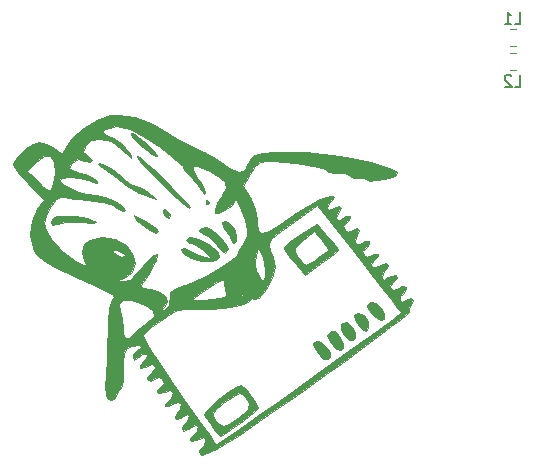
<source format=gbr>
G04 #@! TF.GenerationSoftware,KiCad,Pcbnew,(5.0.0)*
G04 #@! TF.CreationDate,2019-11-03T00:35:12+02:00*
G04 #@! TF.ProjectId,WatchBorad,5761746368426F7261642E6B69636164,rev?*
G04 #@! TF.SameCoordinates,Original*
G04 #@! TF.FileFunction,Legend,Bot*
G04 #@! TF.FilePolarity,Positive*
%FSLAX46Y46*%
G04 Gerber Fmt 4.6, Leading zero omitted, Abs format (unit mm)*
G04 Created by KiCad (PCBNEW (5.0.0)) date 11/03/19 00:35:12*
%MOMM*%
%LPD*%
G01*
G04 APERTURE LIST*
%ADD10C,0.120000*%
%ADD11C,0.010000*%
%ADD12C,0.150000*%
G04 APERTURE END LIST*
D10*
G04 #@! TO.C,L2*
X85200748Y-108352000D02*
X85723252Y-108352000D01*
X85200748Y-109772000D02*
X85723252Y-109772000D01*
G04 #@! TO.C,L1*
X85723252Y-110384000D02*
X85200748Y-110384000D01*
X85723252Y-111804000D02*
X85200748Y-111804000D01*
D11*
G04 #@! TO.C,G\002A\002A\002A*
G36*
X53131116Y-117281307D02*
X53428533Y-117660811D01*
X53936160Y-118161088D01*
X54551574Y-118673948D01*
X54735920Y-118809825D01*
X55218288Y-119113268D01*
X55325799Y-119062472D01*
X55270657Y-118947849D01*
X54924217Y-118523307D01*
X54370858Y-117994441D01*
X53773596Y-117500689D01*
X53295445Y-117181489D01*
X53146333Y-117130763D01*
X53131116Y-117281307D01*
X53131116Y-117281307D01*
G37*
X53131116Y-117281307D02*
X53428533Y-117660811D01*
X53936160Y-118161088D01*
X54551574Y-118673948D01*
X54735920Y-118809825D01*
X55218288Y-119113268D01*
X55325799Y-119062472D01*
X55270657Y-118947849D01*
X54924217Y-118523307D01*
X54370858Y-117994441D01*
X53773596Y-117500689D01*
X53295445Y-117181489D01*
X53146333Y-117130763D01*
X53131116Y-117281307D01*
G36*
X50352158Y-119797581D02*
X50562011Y-120054364D01*
X50675095Y-120071816D01*
X51042730Y-120245495D01*
X51614826Y-120687237D01*
X51945095Y-120989790D01*
X52804900Y-121654264D01*
X53801288Y-122198047D01*
X54095316Y-122312187D01*
X55298474Y-122716610D01*
X54667274Y-122196318D01*
X54067212Y-121819607D01*
X53577565Y-121676026D01*
X53095025Y-121491750D01*
X52528522Y-121042089D01*
X52470869Y-120982201D01*
X51885958Y-120449045D01*
X51257692Y-120010939D01*
X50716388Y-119740747D01*
X50392365Y-119711334D01*
X50352158Y-119797581D01*
X50352158Y-119797581D01*
G37*
X50352158Y-119797581D02*
X50562011Y-120054364D01*
X50675095Y-120071816D01*
X51042730Y-120245495D01*
X51614826Y-120687237D01*
X51945095Y-120989790D01*
X52804900Y-121654264D01*
X53801288Y-122198047D01*
X54095316Y-122312187D01*
X55298474Y-122716610D01*
X54667274Y-122196318D01*
X54067212Y-121819607D01*
X53577565Y-121676026D01*
X53095025Y-121491750D01*
X52528522Y-121042089D01*
X52470869Y-120982201D01*
X51885958Y-120449045D01*
X51257692Y-120010939D01*
X50716388Y-119740747D01*
X50392365Y-119711334D01*
X50352158Y-119797581D01*
G36*
X59531807Y-122834623D02*
X59499808Y-123151927D01*
X59531807Y-123191114D01*
X59690757Y-123154412D01*
X59710052Y-123012868D01*
X59612227Y-122792794D01*
X59531807Y-122834623D01*
X59531807Y-122834623D01*
G37*
X59531807Y-122834623D02*
X59499808Y-123151927D01*
X59531807Y-123191114D01*
X59690757Y-123154412D01*
X59710052Y-123012868D01*
X59612227Y-122792794D01*
X59531807Y-122834623D01*
G36*
X53648525Y-119092641D02*
X53759029Y-119333019D01*
X54183531Y-119852878D01*
X54846915Y-120564914D01*
X55345012Y-121064379D01*
X56471193Y-122156249D01*
X57267805Y-122900326D01*
X57777216Y-123333009D01*
X58041797Y-123490698D01*
X58105842Y-123436175D01*
X57929663Y-123162332D01*
X57462178Y-122632977D01*
X56794965Y-121937351D01*
X56019603Y-121164695D01*
X55227670Y-120404248D01*
X54510743Y-119745253D01*
X53960403Y-119276949D01*
X53668226Y-119088577D01*
X53648525Y-119092641D01*
X53648525Y-119092641D01*
G37*
X53648525Y-119092641D02*
X53759029Y-119333019D01*
X54183531Y-119852878D01*
X54846915Y-120564914D01*
X55345012Y-121064379D01*
X56471193Y-122156249D01*
X57267805Y-122900326D01*
X57777216Y-123333009D01*
X58041797Y-123490698D01*
X58105842Y-123436175D01*
X57929663Y-123162332D01*
X57462178Y-122632977D01*
X56794965Y-121937351D01*
X56019603Y-121164695D01*
X55227670Y-120404248D01*
X54510743Y-119745253D01*
X53960403Y-119276949D01*
X53668226Y-119088577D01*
X53648525Y-119092641D01*
G36*
X55815535Y-123692349D02*
X55861634Y-123926317D01*
X56109540Y-124262230D01*
X56375085Y-124338905D01*
X56463238Y-124120656D01*
X56440360Y-124032211D01*
X56113140Y-123652992D01*
X56016844Y-123608817D01*
X55815535Y-123692349D01*
X55815535Y-123692349D01*
G37*
X55815535Y-123692349D02*
X55861634Y-123926317D01*
X56109540Y-124262230D01*
X56375085Y-124338905D01*
X56463238Y-124120656D01*
X56440360Y-124032211D01*
X56113140Y-123652992D01*
X56016844Y-123608817D01*
X55815535Y-123692349D01*
G36*
X46907853Y-124213900D02*
X46643254Y-124306001D01*
X46342881Y-124675862D01*
X46463556Y-124924623D01*
X46894248Y-124877929D01*
X46979599Y-124834174D01*
X47554053Y-124692349D01*
X48451910Y-124665501D01*
X48984863Y-124701916D01*
X49809389Y-124762310D01*
X50137391Y-124721927D01*
X50019508Y-124589469D01*
X49390983Y-124370193D01*
X48523685Y-124222820D01*
X47626385Y-124164880D01*
X46907853Y-124213900D01*
X46907853Y-124213900D01*
G37*
X46907853Y-124213900D02*
X46643254Y-124306001D01*
X46342881Y-124675862D01*
X46463556Y-124924623D01*
X46894248Y-124877929D01*
X46979599Y-124834174D01*
X47554053Y-124692349D01*
X48451910Y-124665501D01*
X48984863Y-124701916D01*
X49809389Y-124762310D01*
X50137391Y-124721927D01*
X50019508Y-124589469D01*
X49390983Y-124370193D01*
X48523685Y-124222820D01*
X47626385Y-124164880D01*
X46907853Y-124213900D01*
G36*
X53403685Y-124211218D02*
X53685035Y-124578641D01*
X53784054Y-124688904D01*
X54304959Y-125143838D01*
X54853708Y-125467338D01*
X55278805Y-125588360D01*
X55430467Y-125460995D01*
X55224164Y-125235486D01*
X54722477Y-124866622D01*
X54097906Y-124469947D01*
X53522954Y-124161001D01*
X53426895Y-124118999D01*
X53403685Y-124211218D01*
X53403685Y-124211218D01*
G37*
X53403685Y-124211218D02*
X53685035Y-124578641D01*
X53784054Y-124688904D01*
X54304959Y-125143838D01*
X54853708Y-125467338D01*
X55278805Y-125588360D01*
X55430467Y-125460995D01*
X55224164Y-125235486D01*
X54722477Y-124866622D01*
X54097906Y-124469947D01*
X53522954Y-124161001D01*
X53426895Y-124118999D01*
X53403685Y-124211218D01*
G36*
X60883112Y-124691739D02*
X60893973Y-125005087D01*
X61137657Y-125371756D01*
X61482709Y-125869695D01*
X61581631Y-126175500D01*
X61771530Y-126470589D01*
X61866759Y-126488658D01*
X62048167Y-126262438D01*
X62067285Y-125780362D01*
X61857500Y-125193739D01*
X61473853Y-124756988D01*
X61064069Y-124605914D01*
X60883112Y-124691739D01*
X60883112Y-124691739D01*
G37*
X60883112Y-124691739D02*
X60893973Y-125005087D01*
X61137657Y-125371756D01*
X61482709Y-125869695D01*
X61581631Y-126175500D01*
X61771530Y-126470589D01*
X61866759Y-126488658D01*
X62048167Y-126262438D01*
X62067285Y-125780362D01*
X61857500Y-125193739D01*
X61473853Y-124756988D01*
X61064069Y-124605914D01*
X60883112Y-124691739D01*
G36*
X59003308Y-125265850D02*
X58907947Y-125419184D01*
X59123179Y-125659397D01*
X59290794Y-125686553D01*
X59687242Y-125887970D01*
X60166422Y-126383256D01*
X60244789Y-126488658D01*
X60755987Y-127082791D01*
X61131956Y-127280932D01*
X61308522Y-127055170D01*
X61314263Y-126953821D01*
X61109205Y-126455726D01*
X60613940Y-125874902D01*
X60008327Y-125383526D01*
X59472228Y-125153780D01*
X59431864Y-125151816D01*
X59003308Y-125265850D01*
X59003308Y-125265850D01*
G37*
X59003308Y-125265850D02*
X58907947Y-125419184D01*
X59123179Y-125659397D01*
X59290794Y-125686553D01*
X59687242Y-125887970D01*
X60166422Y-126383256D01*
X60244789Y-126488658D01*
X60755987Y-127082791D01*
X61131956Y-127280932D01*
X61308522Y-127055170D01*
X61314263Y-126953821D01*
X61109205Y-126455726D01*
X60613940Y-125874902D01*
X60008327Y-125383526D01*
X59472228Y-125153780D01*
X59431864Y-125151816D01*
X59003308Y-125265850D01*
G36*
X57860503Y-126111180D02*
X57838474Y-126221289D01*
X58053953Y-126460953D01*
X58224617Y-126488658D01*
X58663733Y-126657721D01*
X59249552Y-127074281D01*
X59360933Y-127172138D01*
X60111105Y-127855619D01*
X59442684Y-127679035D01*
X58678755Y-127389401D01*
X58149486Y-127107876D01*
X57599458Y-126864740D01*
X57336633Y-126936091D01*
X57452051Y-127266377D01*
X57605536Y-127439781D01*
X58195644Y-127761671D01*
X59057524Y-127959615D01*
X59933893Y-127987406D01*
X60296812Y-127923139D01*
X60616836Y-127661149D01*
X60478630Y-127237738D01*
X59911357Y-126711462D01*
X59585123Y-126494068D01*
X58791213Y-126096374D01*
X58179356Y-125962969D01*
X57860503Y-126111180D01*
X57860503Y-126111180D01*
G37*
X57860503Y-126111180D02*
X57838474Y-126221289D01*
X58053953Y-126460953D01*
X58224617Y-126488658D01*
X58663733Y-126657721D01*
X59249552Y-127074281D01*
X59360933Y-127172138D01*
X60111105Y-127855619D01*
X59442684Y-127679035D01*
X58678755Y-127389401D01*
X58149486Y-127107876D01*
X57599458Y-126864740D01*
X57336633Y-126936091D01*
X57452051Y-127266377D01*
X57605536Y-127439781D01*
X58195644Y-127761671D01*
X59057524Y-127959615D01*
X59933893Y-127987406D01*
X60296812Y-127923139D01*
X60616836Y-127661149D01*
X60478630Y-127237738D01*
X59911357Y-126711462D01*
X59585123Y-126494068D01*
X58791213Y-126096374D01*
X58179356Y-125962969D01*
X57860503Y-126111180D01*
G36*
X67510423Y-125723625D02*
X66786619Y-126237370D01*
X66288531Y-126667921D01*
X66135676Y-126889711D01*
X66296288Y-127233851D01*
X66706395Y-127812418D01*
X66999820Y-128173067D01*
X67864789Y-129189056D01*
X69260598Y-128173067D01*
X69976419Y-127632744D01*
X70479129Y-127216432D01*
X70654244Y-127023395D01*
X69865220Y-127023395D01*
X69663383Y-127243849D01*
X69183219Y-127609732D01*
X68607574Y-127995799D01*
X68119295Y-128276808D01*
X67937795Y-128343619D01*
X67671260Y-128155418D01*
X67296452Y-127677958D01*
X67284704Y-127660128D01*
X67023388Y-127211344D01*
X67028572Y-126892768D01*
X67356631Y-126525562D01*
X67746435Y-126195424D01*
X68666895Y-125430828D01*
X69267145Y-126160269D01*
X69665982Y-126679722D01*
X69861223Y-127002315D01*
X69865220Y-127023395D01*
X70654244Y-127023395D01*
X70493817Y-126761147D01*
X70086060Y-126237383D01*
X69768212Y-125857309D01*
X68884344Y-124824908D01*
X67510423Y-125723625D01*
X67510423Y-125723625D01*
G37*
X67510423Y-125723625D02*
X66786619Y-126237370D01*
X66288531Y-126667921D01*
X66135676Y-126889711D01*
X66296288Y-127233851D01*
X66706395Y-127812418D01*
X66999820Y-128173067D01*
X67864789Y-129189056D01*
X69260598Y-128173067D01*
X69976419Y-127632744D01*
X70479129Y-127216432D01*
X70654244Y-127023395D01*
X69865220Y-127023395D01*
X69663383Y-127243849D01*
X69183219Y-127609732D01*
X68607574Y-127995799D01*
X68119295Y-128276808D01*
X67937795Y-128343619D01*
X67671260Y-128155418D01*
X67296452Y-127677958D01*
X67284704Y-127660128D01*
X67023388Y-127211344D01*
X67028572Y-126892768D01*
X67356631Y-126525562D01*
X67746435Y-126195424D01*
X68666895Y-125430828D01*
X69267145Y-126160269D01*
X69665982Y-126679722D01*
X69861223Y-127002315D01*
X69865220Y-127023395D01*
X70654244Y-127023395D01*
X70493817Y-126761147D01*
X70086060Y-126237383D01*
X69768212Y-125857309D01*
X68884344Y-124824908D01*
X67510423Y-125723625D01*
G36*
X73133646Y-131700274D02*
X73190351Y-132033040D01*
X73668904Y-132564573D01*
X73718688Y-132611633D01*
X74254865Y-132992238D01*
X74543839Y-132913850D01*
X74560568Y-132471165D01*
X74290064Y-131951760D01*
X73878579Y-131553641D01*
X73478994Y-131472174D01*
X73133646Y-131700274D01*
X73133646Y-131700274D01*
G37*
X73133646Y-131700274D02*
X73190351Y-132033040D01*
X73668904Y-132564573D01*
X73718688Y-132611633D01*
X74254865Y-132992238D01*
X74543839Y-132913850D01*
X74560568Y-132471165D01*
X74290064Y-131951760D01*
X73878579Y-131553641D01*
X73478994Y-131472174D01*
X73133646Y-131700274D01*
G36*
X72052355Y-132539924D02*
X72080459Y-132955107D01*
X72443041Y-133477860D01*
X72538162Y-133568876D01*
X72936609Y-133882632D01*
X73136497Y-133823624D01*
X73236495Y-133606910D01*
X73212166Y-133038178D01*
X72846332Y-132547123D01*
X72377315Y-132370763D01*
X72052355Y-132539924D01*
X72052355Y-132539924D01*
G37*
X72052355Y-132539924D02*
X72080459Y-132955107D01*
X72443041Y-133477860D01*
X72538162Y-133568876D01*
X72936609Y-133882632D01*
X73136497Y-133823624D01*
X73236495Y-133606910D01*
X73212166Y-133038178D01*
X72846332Y-132547123D01*
X72377315Y-132370763D01*
X72052355Y-132539924D01*
G36*
X70895755Y-133322405D02*
X70913840Y-133765865D01*
X71117876Y-134139303D01*
X71587498Y-134682144D01*
X71962896Y-134713568D01*
X72135962Y-134520586D01*
X72129239Y-134110233D01*
X71865830Y-133597161D01*
X71494486Y-133227310D01*
X71320826Y-133172868D01*
X70895755Y-133322405D01*
X70895755Y-133322405D01*
G37*
X70895755Y-133322405D02*
X70913840Y-133765865D01*
X71117876Y-134139303D01*
X71587498Y-134682144D01*
X71962896Y-134713568D01*
X72135962Y-134520586D01*
X72129239Y-134110233D01*
X71865830Y-133597161D01*
X71494486Y-133227310D01*
X71320826Y-133172868D01*
X70895755Y-133322405D01*
G36*
X69979826Y-133994818D02*
X69771453Y-134293970D01*
X69903237Y-134707319D01*
X70044389Y-134935283D01*
X70514231Y-135481250D01*
X70889059Y-135517851D01*
X71068543Y-135319368D01*
X71050471Y-134934378D01*
X70783141Y-134378903D01*
X70401843Y-133930849D01*
X70077509Y-133925293D01*
X69979826Y-133994818D01*
X69979826Y-133994818D01*
G37*
X69979826Y-133994818D02*
X69771453Y-134293970D01*
X69903237Y-134707319D01*
X70044389Y-134935283D01*
X70514231Y-135481250D01*
X70889059Y-135517851D01*
X71068543Y-135319368D01*
X71050471Y-134934378D01*
X70783141Y-134378903D01*
X70401843Y-133930849D01*
X70077509Y-133925293D01*
X69979826Y-133994818D01*
G36*
X68572705Y-134897554D02*
X68644031Y-135291731D01*
X68949424Y-135787061D01*
X69440037Y-136301845D01*
X69838384Y-136299146D01*
X70014149Y-136097073D01*
X69984828Y-135711516D01*
X69660731Y-135239115D01*
X69204030Y-134870774D01*
X68892824Y-134777079D01*
X68572705Y-134897554D01*
X68572705Y-134897554D01*
G37*
X68572705Y-134897554D02*
X68644031Y-135291731D01*
X68949424Y-135787061D01*
X69440037Y-136301845D01*
X69838384Y-136299146D01*
X70014149Y-136097073D01*
X69984828Y-135711516D01*
X69660731Y-135239115D01*
X69204030Y-134870774D01*
X68892824Y-134777079D01*
X68572705Y-134897554D01*
G36*
X62016570Y-138673458D02*
X61383334Y-139065381D01*
X60674135Y-139594395D01*
X60014512Y-140158890D01*
X59530007Y-140657255D01*
X59346158Y-140987880D01*
X59355617Y-141023421D01*
X59801492Y-141727472D01*
X60260607Y-142345039D01*
X60619107Y-142729909D01*
X60730890Y-142789507D01*
X61024449Y-142639323D01*
X61618665Y-142253919D01*
X62383737Y-141717559D01*
X63123202Y-141155816D01*
X63651283Y-140703051D01*
X63854256Y-140456810D01*
X63854263Y-140456184D01*
X63716465Y-140045931D01*
X63112721Y-140045931D01*
X63062874Y-140495402D01*
X62598178Y-140974562D01*
X62183210Y-141275359D01*
X61427581Y-141762760D01*
X60954279Y-141941929D01*
X60622976Y-141832214D01*
X60349610Y-141528132D01*
X60089181Y-141145771D01*
X60060197Y-140853872D01*
X60324991Y-140530766D01*
X60945898Y-140054787D01*
X61197114Y-139873915D01*
X61898539Y-139387712D01*
X62309887Y-139189074D01*
X62569203Y-139245165D01*
X62792822Y-139494380D01*
X63112721Y-140045931D01*
X63716465Y-140045931D01*
X63703633Y-140007730D01*
X63342455Y-139414579D01*
X62906793Y-138864087D01*
X62532714Y-138543610D01*
X62448302Y-138520237D01*
X62016570Y-138673458D01*
X62016570Y-138673458D01*
G37*
X62016570Y-138673458D02*
X61383334Y-139065381D01*
X60674135Y-139594395D01*
X60014512Y-140158890D01*
X59530007Y-140657255D01*
X59346158Y-140987880D01*
X59355617Y-141023421D01*
X59801492Y-141727472D01*
X60260607Y-142345039D01*
X60619107Y-142729909D01*
X60730890Y-142789507D01*
X61024449Y-142639323D01*
X61618665Y-142253919D01*
X62383737Y-141717559D01*
X63123202Y-141155816D01*
X63651283Y-140703051D01*
X63854256Y-140456810D01*
X63854263Y-140456184D01*
X63716465Y-140045931D01*
X63112721Y-140045931D01*
X63062874Y-140495402D01*
X62598178Y-140974562D01*
X62183210Y-141275359D01*
X61427581Y-141762760D01*
X60954279Y-141941929D01*
X60622976Y-141832214D01*
X60349610Y-141528132D01*
X60089181Y-141145771D01*
X60060197Y-140853872D01*
X60324991Y-140530766D01*
X60945898Y-140054787D01*
X61197114Y-139873915D01*
X61898539Y-139387712D01*
X62309887Y-139189074D01*
X62569203Y-139245165D01*
X62792822Y-139494380D01*
X63112721Y-140045931D01*
X63716465Y-140045931D01*
X63703633Y-140007730D01*
X63342455Y-139414579D01*
X62906793Y-138864087D01*
X62532714Y-138543610D01*
X62448302Y-138520237D01*
X62016570Y-138673458D01*
G36*
X51374892Y-115626285D02*
X50250837Y-116014017D01*
X49124968Y-116689850D01*
X48195405Y-117517687D01*
X47776381Y-118098266D01*
X47309035Y-118966074D01*
X46583533Y-118449471D01*
X45917046Y-118085518D01*
X45328811Y-117932875D01*
X45326002Y-117932868D01*
X44823967Y-118106790D01*
X44188723Y-118533120D01*
X43590311Y-119068704D01*
X43198772Y-119570391D01*
X43133210Y-119778921D01*
X43307307Y-120105356D01*
X43765154Y-120685728D01*
X44410088Y-121398171D01*
X44453246Y-121443103D01*
X45773282Y-122812617D01*
X45188509Y-123603564D01*
X44719325Y-124624968D01*
X44605072Y-125799692D01*
X44848553Y-126913640D01*
X45138474Y-127426167D01*
X45716721Y-127921030D01*
X46794050Y-128542681D01*
X48352587Y-129281145D01*
X48848267Y-129496986D01*
X50168450Y-130076406D01*
X51046246Y-130499189D01*
X51538825Y-130799459D01*
X51703353Y-131011341D01*
X51621422Y-131152329D01*
X51410373Y-131461503D01*
X51276012Y-132076643D01*
X51203938Y-133086786D01*
X51185573Y-133846906D01*
X51152533Y-135151816D01*
X51095374Y-136458423D01*
X51025114Y-137526818D01*
X51007819Y-137718132D01*
X50970244Y-138603607D01*
X51028024Y-139300115D01*
X51112929Y-139557122D01*
X51478382Y-139773341D01*
X51827862Y-139585998D01*
X51956368Y-139172879D01*
X52090322Y-138827099D01*
X52195453Y-138787605D01*
X52327253Y-138732534D01*
X52411527Y-138499315D01*
X52461842Y-137985942D01*
X52491763Y-137090408D01*
X52503218Y-136473309D01*
X52561231Y-135743561D01*
X52766768Y-135372878D01*
X53206246Y-135190297D01*
X53770635Y-135115048D01*
X54051849Y-135191125D01*
X53948600Y-135365119D01*
X53732531Y-135467812D01*
X53353384Y-135824736D01*
X53293210Y-136062316D01*
X53366985Y-136334411D01*
X53614052Y-136167395D01*
X54114164Y-135881137D01*
X54323912Y-135846553D01*
X54552909Y-135913262D01*
X54399329Y-136188425D01*
X54270439Y-136335500D01*
X53890991Y-136843133D01*
X53897871Y-137065525D01*
X54285243Y-136956558D01*
X54345107Y-136925433D01*
X54895296Y-136679802D01*
X55127283Y-136754355D01*
X55164789Y-137021105D01*
X54948432Y-137430070D01*
X54746790Y-137553954D01*
X54474242Y-137824671D01*
X54503225Y-137996595D01*
X54803924Y-138116766D01*
X55066240Y-137956341D01*
X55474395Y-137770617D01*
X55777700Y-137961357D01*
X55937928Y-138292983D01*
X55636840Y-138631515D01*
X55326540Y-138995611D01*
X55450568Y-139184130D01*
X55911980Y-139082253D01*
X55985823Y-139044844D01*
X56474275Y-138941382D01*
X56675759Y-139168129D01*
X56506866Y-139560818D01*
X56328299Y-139719324D01*
X56017769Y-140068957D01*
X56027696Y-140274371D01*
X56360870Y-140290486D01*
X56617142Y-140139530D01*
X57108188Y-139914360D01*
X57374089Y-140079741D01*
X57285587Y-140501408D01*
X57144547Y-140687367D01*
X56853887Y-141158466D01*
X56921166Y-141405495D01*
X57278439Y-141310938D01*
X57437421Y-141193921D01*
X57872342Y-140971702D01*
X58038256Y-141128731D01*
X57859414Y-141545661D01*
X57747128Y-141681874D01*
X57462260Y-142158655D01*
X57565841Y-142383753D01*
X57960111Y-142245497D01*
X58124443Y-142112877D01*
X58552380Y-141859404D01*
X58774493Y-141996398D01*
X58735591Y-142366393D01*
X58467247Y-142660376D01*
X58137009Y-143031469D01*
X58240658Y-143233951D01*
X58682330Y-143172054D01*
X58885048Y-143077755D01*
X59309301Y-142914794D01*
X59440139Y-143099118D01*
X59442684Y-143173998D01*
X59283410Y-143633222D01*
X59175316Y-143733921D01*
X58932379Y-144048599D01*
X58977033Y-144344311D01*
X59130754Y-144402342D01*
X59515183Y-144238278D01*
X59546057Y-144209847D01*
X59956762Y-144036286D01*
X60197508Y-144009320D01*
X60516310Y-143858938D01*
X61197128Y-143439464D01*
X62182021Y-142792193D01*
X63413050Y-141958415D01*
X64832275Y-140979424D01*
X66381756Y-139896512D01*
X68003553Y-138750970D01*
X69639727Y-137584093D01*
X71232339Y-136437171D01*
X72723447Y-135351497D01*
X74055112Y-134368364D01*
X75169396Y-133529064D01*
X76008357Y-132874889D01*
X76514056Y-132447132D01*
X76575391Y-132370763D01*
X75993878Y-132370763D01*
X75784721Y-132546459D01*
X75199675Y-132986327D01*
X74298065Y-133648057D01*
X73139216Y-134489345D01*
X71782454Y-135467881D01*
X70287103Y-136541360D01*
X68712490Y-137667474D01*
X67117940Y-138803916D01*
X65562778Y-139908378D01*
X64106328Y-140938554D01*
X62807917Y-141852137D01*
X61726870Y-142606819D01*
X60922513Y-143160293D01*
X60454169Y-143470252D01*
X60358115Y-143521225D01*
X60196368Y-143293522D01*
X59799590Y-142732833D01*
X59241221Y-141942968D01*
X58995344Y-141594974D01*
X57748748Y-139819477D01*
X56630966Y-138206123D01*
X55675854Y-136805302D01*
X54917267Y-135667405D01*
X54389061Y-134842823D01*
X54125092Y-134381945D01*
X54101081Y-134310360D01*
X54305586Y-134064836D01*
X54836718Y-133613369D01*
X55580361Y-133052822D01*
X55595155Y-133042211D01*
X56166586Y-132650064D01*
X55088972Y-132650064D01*
X54763737Y-132966220D01*
X54215752Y-133369261D01*
X53605327Y-133944821D01*
X53560579Y-133992903D01*
X53001173Y-134499424D01*
X52660907Y-134524815D01*
X52499116Y-134055329D01*
X52472313Y-133624984D01*
X52390796Y-132836592D01*
X52237987Y-132237079D01*
X52133359Y-131605818D01*
X52450717Y-131296425D01*
X53181126Y-131314150D01*
X53621980Y-131424244D01*
X54525766Y-131794436D01*
X55029226Y-132222576D01*
X55088972Y-132650064D01*
X56166586Y-132650064D01*
X56423933Y-132473459D01*
X57045875Y-132163012D01*
X57679003Y-132044466D01*
X58541343Y-132051417D01*
X58805775Y-132064337D01*
X59856488Y-132061928D01*
X60945871Y-131968574D01*
X61943711Y-131807500D01*
X62719796Y-131601935D01*
X63143912Y-131375107D01*
X63185842Y-131283013D01*
X63381102Y-131154773D01*
X63563832Y-131195752D01*
X63951685Y-131088688D01*
X64137811Y-130900237D01*
X62651105Y-130900237D01*
X62517421Y-131033921D01*
X62383737Y-130900237D01*
X62517421Y-130766553D01*
X62651105Y-130900237D01*
X64137811Y-130900237D01*
X64414976Y-130619612D01*
X64435708Y-130587616D01*
X61200210Y-130587616D01*
X61176132Y-130918580D01*
X60761264Y-131129537D01*
X59899453Y-131240581D01*
X59309000Y-131264329D01*
X58239526Y-131289399D01*
X58890286Y-130789202D01*
X59623478Y-130270119D01*
X60293971Y-129844242D01*
X60810586Y-129574579D01*
X61017602Y-129603538D01*
X61046895Y-129793780D01*
X61141755Y-130405333D01*
X61200210Y-130587616D01*
X64435708Y-130587616D01*
X64859477Y-129933621D01*
X65190962Y-129175811D01*
X65264671Y-128774457D01*
X64511456Y-128774457D01*
X64483454Y-129373229D01*
X64330500Y-129685734D01*
X64281471Y-129697079D01*
X64036616Y-129472143D01*
X63772023Y-128926813D01*
X63758075Y-128887608D01*
X63616970Y-128089167D01*
X63692041Y-127493829D01*
X63908190Y-126909522D01*
X64215437Y-127483618D01*
X64420214Y-128080795D01*
X64511456Y-128774457D01*
X65264671Y-128774457D01*
X65315315Y-128498698D01*
X65183437Y-127665103D01*
X64944191Y-127038840D01*
X64799185Y-126726671D01*
X64806771Y-126455255D01*
X65033096Y-126142942D01*
X65544304Y-125708084D01*
X66406539Y-125069031D01*
X66728775Y-124835959D01*
X68875010Y-123286054D01*
X72437700Y-127761567D01*
X73488116Y-129087453D01*
X74415232Y-130269830D01*
X75170656Y-131245975D01*
X75705994Y-131953168D01*
X75972856Y-132328687D01*
X75993878Y-132370763D01*
X76575391Y-132370763D01*
X76638481Y-132292209D01*
X76677190Y-131938131D01*
X76836714Y-131684169D01*
X77035928Y-131252248D01*
X76854063Y-131082744D01*
X76450843Y-131276172D01*
X76056425Y-131436177D01*
X75912589Y-131344567D01*
X75958791Y-130993065D01*
X76153210Y-130766553D01*
X76412216Y-130384893D01*
X76393832Y-130188538D01*
X76091787Y-130112363D01*
X75873751Y-130241851D01*
X75404803Y-130405783D01*
X75188629Y-130347706D01*
X75059541Y-130099461D01*
X75357925Y-129792714D01*
X75676026Y-129421059D01*
X75572081Y-129207047D01*
X75156641Y-129260552D01*
X74937893Y-129375255D01*
X74536813Y-129566356D01*
X74416906Y-129406386D01*
X74415316Y-129351766D01*
X74589649Y-128865069D01*
X74731702Y-128685535D01*
X74923695Y-128318210D01*
X74739346Y-128156926D01*
X74329958Y-128320927D01*
X74299805Y-128345154D01*
X73824545Y-128530290D01*
X73584419Y-128476127D01*
X73455331Y-128227882D01*
X73753715Y-127921135D01*
X74068078Y-127579463D01*
X74068048Y-127389110D01*
X73747851Y-127383059D01*
X73533099Y-127513670D01*
X73117308Y-127669500D01*
X72867521Y-127507600D01*
X72734488Y-127178236D01*
X73020515Y-126867401D01*
X73307593Y-126526368D01*
X73285041Y-126338734D01*
X72950787Y-126320557D01*
X72707685Y-126463541D01*
X72305962Y-126611943D01*
X72096100Y-126393087D01*
X72178530Y-125966580D01*
X72291451Y-125802064D01*
X72488241Y-125374441D01*
X72317584Y-125195031D01*
X71928889Y-125374722D01*
X71513098Y-125530553D01*
X71263310Y-125368653D01*
X71130278Y-125039288D01*
X71416304Y-124728454D01*
X71703383Y-124387421D01*
X71680830Y-124199786D01*
X71349254Y-124186657D01*
X71073210Y-124349711D01*
X70628582Y-124563442D01*
X70458487Y-124385362D01*
X70672158Y-123948658D01*
X70880667Y-123512914D01*
X70724788Y-123323129D01*
X70319808Y-123507185D01*
X69917636Y-123702794D01*
X69767685Y-123529813D01*
X69926179Y-123117177D01*
X70069995Y-122934317D01*
X70301591Y-122569882D01*
X70149301Y-122456433D01*
X69684911Y-122565126D01*
X68980208Y-122867116D01*
X68106981Y-123333560D01*
X67137015Y-123935612D01*
X66527947Y-124357532D01*
X65407955Y-125129383D01*
X64631535Y-125551128D01*
X64140215Y-125625226D01*
X63875521Y-125354138D01*
X63875330Y-125352922D01*
X62965732Y-125352922D01*
X62955138Y-125885616D01*
X62737294Y-126352966D01*
X62617106Y-126529932D01*
X62269441Y-127086650D01*
X62116687Y-127457907D01*
X62116368Y-127466481D01*
X61893475Y-127753704D01*
X61306754Y-128190950D01*
X60479148Y-128706879D01*
X59533597Y-129230151D01*
X58593042Y-129689428D01*
X57780424Y-130013371D01*
X57664928Y-130049529D01*
X56859015Y-130339667D01*
X56483135Y-130632923D01*
X56426392Y-130934435D01*
X56385702Y-131683985D01*
X56080764Y-132068305D01*
X55908444Y-132099301D01*
X55717671Y-132037208D01*
X55928664Y-131865312D01*
X56225727Y-131463823D01*
X56085149Y-131013655D01*
X55581986Y-130618061D01*
X54856164Y-130389915D01*
X54184818Y-130259744D01*
X53954981Y-130109384D01*
X54077015Y-129856772D01*
X54163056Y-129755372D01*
X54557462Y-129211088D01*
X54946072Y-128533859D01*
X55244001Y-127893788D01*
X55366362Y-127460978D01*
X55346673Y-127383524D01*
X55112678Y-127482543D01*
X54665347Y-127859797D01*
X54134455Y-128383376D01*
X53649779Y-128921374D01*
X53341094Y-129341880D01*
X53293210Y-129470725D01*
X53062818Y-129628291D01*
X52557947Y-129675971D01*
X51822684Y-129654863D01*
X52545707Y-129390402D01*
X53242193Y-128919190D01*
X53468636Y-128198939D01*
X53335040Y-127571906D01*
X52616276Y-127571906D01*
X52302516Y-127643608D01*
X51956132Y-127495935D01*
X51596977Y-127210070D01*
X51547326Y-127075946D01*
X51858880Y-127040150D01*
X52290451Y-127197054D01*
X52597362Y-127433136D01*
X52616276Y-127571906D01*
X53335040Y-127571906D01*
X53316895Y-127486743D01*
X52723918Y-126605467D01*
X51814886Y-126091688D01*
X50693793Y-125981992D01*
X49701142Y-126214672D01*
X49164617Y-126585979D01*
X49015316Y-127230672D01*
X49127938Y-127911122D01*
X49349526Y-128330949D01*
X49326472Y-128396084D01*
X48933539Y-128222131D01*
X48346895Y-127898672D01*
X47268234Y-127121589D01*
X46425101Y-126223721D01*
X45914926Y-125324819D01*
X45807894Y-124778066D01*
X45944762Y-124184920D01*
X46280520Y-123447941D01*
X46357248Y-123316581D01*
X46762415Y-122739983D01*
X47144229Y-122538555D01*
X47714034Y-122606984D01*
X47759933Y-122617634D01*
X48577303Y-122755621D01*
X49572287Y-122854807D01*
X49863355Y-122871050D01*
X50794566Y-123005620D01*
X51620578Y-123278745D01*
X51824974Y-123390835D01*
X52427237Y-123717105D01*
X52648853Y-123709380D01*
X52467105Y-123430939D01*
X51959782Y-123015299D01*
X50958772Y-122548598D01*
X50143801Y-122424658D01*
X49437789Y-122337645D01*
X48663134Y-122114510D01*
X47936923Y-121812110D01*
X47376243Y-121487302D01*
X47098183Y-121196942D01*
X47211870Y-121000940D01*
X47894974Y-120906252D01*
X48817636Y-120981464D01*
X49722032Y-121200121D01*
X49928123Y-121279667D01*
X50281898Y-121371999D01*
X50249185Y-121190982D01*
X49894243Y-120936160D01*
X49217186Y-120648365D01*
X48854376Y-120531331D01*
X48783595Y-120509244D01*
X46666668Y-120509244D01*
X46566726Y-121483141D01*
X46403831Y-121963450D01*
X46110900Y-121991301D01*
X45620846Y-121607827D01*
X45333030Y-121326933D01*
X44346901Y-120340805D01*
X45079785Y-119607920D01*
X45763815Y-119117253D01*
X46288471Y-119122241D01*
X46605500Y-119595478D01*
X46666668Y-120509244D01*
X48783595Y-120509244D01*
X48138999Y-120308101D01*
X47862249Y-120136240D01*
X47947902Y-119922630D01*
X48176862Y-119703658D01*
X48680772Y-119387348D01*
X49183737Y-119485768D01*
X49260442Y-119525176D01*
X49705363Y-119648388D01*
X49814245Y-119475948D01*
X49547156Y-119157475D01*
X49385978Y-119054834D01*
X49104056Y-118774898D01*
X49210626Y-118338309D01*
X49261701Y-118239443D01*
X49786783Y-117756571D01*
X50552803Y-117637326D01*
X51418836Y-117871002D01*
X52243959Y-118446891D01*
X52264870Y-118467605D01*
X52887550Y-119055567D01*
X53169525Y-119233896D01*
X53109879Y-119002439D01*
X52843670Y-118564812D01*
X52275143Y-117977826D01*
X51513427Y-117498334D01*
X51446825Y-117469255D01*
X50870703Y-117200077D01*
X50736128Y-117013752D01*
X50979831Y-116816766D01*
X50998334Y-116806345D01*
X51913502Y-116588354D01*
X53057459Y-116835448D01*
X54438226Y-117550327D01*
X55570396Y-118346152D01*
X56436720Y-119026194D01*
X57114063Y-119589274D01*
X57508621Y-119955754D01*
X57571105Y-120044768D01*
X57735401Y-120334472D01*
X58136294Y-120819880D01*
X58189545Y-120877924D01*
X58722219Y-121512234D01*
X59117204Y-122078349D01*
X59350776Y-122359384D01*
X59434554Y-122263420D01*
X59298202Y-121842189D01*
X58945857Y-121196316D01*
X58771617Y-120927460D01*
X58376038Y-120243575D01*
X58368917Y-119910949D01*
X58761852Y-119921267D01*
X59566445Y-120266210D01*
X59641124Y-120304020D01*
X60600696Y-120855797D01*
X61094701Y-121335131D01*
X61168851Y-121826227D01*
X60868857Y-122413290D01*
X60821542Y-122478484D01*
X60433531Y-123112903D01*
X60247571Y-123632427D01*
X60244789Y-123677329D01*
X60295221Y-123934431D01*
X60540438Y-123922650D01*
X61046895Y-123681289D01*
X61592302Y-123314978D01*
X61846588Y-122978152D01*
X61849000Y-122952529D01*
X61928713Y-122725498D01*
X62128971Y-122904174D01*
X62391450Y-123390328D01*
X62657826Y-124085732D01*
X62787991Y-124533963D01*
X62965732Y-125352922D01*
X63875330Y-125352922D01*
X63778981Y-124740323D01*
X63774053Y-124473401D01*
X63632474Y-123621028D01*
X63284561Y-122726631D01*
X63212990Y-122597784D01*
X62651927Y-121646854D01*
X63253095Y-120594026D01*
X63655432Y-119958785D01*
X64047366Y-119649008D01*
X64639837Y-119548021D01*
X65160278Y-119539138D01*
X66064449Y-119579581D01*
X67081526Y-119688229D01*
X68084044Y-119842252D01*
X68944539Y-120018820D01*
X69535544Y-120195103D01*
X69729593Y-120348270D01*
X69725478Y-120356805D01*
X69877396Y-120476340D01*
X70406285Y-120527447D01*
X70587778Y-120525702D01*
X71253065Y-120576518D01*
X71639807Y-120737535D01*
X71665993Y-120780691D01*
X71964436Y-120950527D01*
X72419380Y-120937577D01*
X72911146Y-120934323D01*
X73078474Y-121081700D01*
X73304089Y-121179753D01*
X73858310Y-121154335D01*
X74557193Y-121034425D01*
X75216799Y-120849001D01*
X75566500Y-120689737D01*
X75629568Y-120468435D01*
X75242321Y-120206260D01*
X74485925Y-119921244D01*
X73441549Y-119631418D01*
X72190360Y-119354816D01*
X70813524Y-119109469D01*
X69392209Y-118913408D01*
X68007583Y-118784666D01*
X66795316Y-118741141D01*
X65340459Y-118760776D01*
X64331406Y-118833290D01*
X63680068Y-118981515D01*
X63298355Y-119228281D01*
X63098181Y-119596419D01*
X63066835Y-119707474D01*
X62769099Y-120325241D01*
X62281548Y-120476807D01*
X61571445Y-120164382D01*
X61127217Y-119838485D01*
X60252152Y-119243129D01*
X59304452Y-118748906D01*
X59041631Y-118644352D01*
X58229764Y-118284322D01*
X57235065Y-117744928D01*
X56501631Y-117290970D01*
X54966311Y-116419635D01*
X53470571Y-115839132D01*
X52134030Y-115588300D01*
X51374892Y-115626285D01*
X51374892Y-115626285D01*
G37*
X51374892Y-115626285D02*
X50250837Y-116014017D01*
X49124968Y-116689850D01*
X48195405Y-117517687D01*
X47776381Y-118098266D01*
X47309035Y-118966074D01*
X46583533Y-118449471D01*
X45917046Y-118085518D01*
X45328811Y-117932875D01*
X45326002Y-117932868D01*
X44823967Y-118106790D01*
X44188723Y-118533120D01*
X43590311Y-119068704D01*
X43198772Y-119570391D01*
X43133210Y-119778921D01*
X43307307Y-120105356D01*
X43765154Y-120685728D01*
X44410088Y-121398171D01*
X44453246Y-121443103D01*
X45773282Y-122812617D01*
X45188509Y-123603564D01*
X44719325Y-124624968D01*
X44605072Y-125799692D01*
X44848553Y-126913640D01*
X45138474Y-127426167D01*
X45716721Y-127921030D01*
X46794050Y-128542681D01*
X48352587Y-129281145D01*
X48848267Y-129496986D01*
X50168450Y-130076406D01*
X51046246Y-130499189D01*
X51538825Y-130799459D01*
X51703353Y-131011341D01*
X51621422Y-131152329D01*
X51410373Y-131461503D01*
X51276012Y-132076643D01*
X51203938Y-133086786D01*
X51185573Y-133846906D01*
X51152533Y-135151816D01*
X51095374Y-136458423D01*
X51025114Y-137526818D01*
X51007819Y-137718132D01*
X50970244Y-138603607D01*
X51028024Y-139300115D01*
X51112929Y-139557122D01*
X51478382Y-139773341D01*
X51827862Y-139585998D01*
X51956368Y-139172879D01*
X52090322Y-138827099D01*
X52195453Y-138787605D01*
X52327253Y-138732534D01*
X52411527Y-138499315D01*
X52461842Y-137985942D01*
X52491763Y-137090408D01*
X52503218Y-136473309D01*
X52561231Y-135743561D01*
X52766768Y-135372878D01*
X53206246Y-135190297D01*
X53770635Y-135115048D01*
X54051849Y-135191125D01*
X53948600Y-135365119D01*
X53732531Y-135467812D01*
X53353384Y-135824736D01*
X53293210Y-136062316D01*
X53366985Y-136334411D01*
X53614052Y-136167395D01*
X54114164Y-135881137D01*
X54323912Y-135846553D01*
X54552909Y-135913262D01*
X54399329Y-136188425D01*
X54270439Y-136335500D01*
X53890991Y-136843133D01*
X53897871Y-137065525D01*
X54285243Y-136956558D01*
X54345107Y-136925433D01*
X54895296Y-136679802D01*
X55127283Y-136754355D01*
X55164789Y-137021105D01*
X54948432Y-137430070D01*
X54746790Y-137553954D01*
X54474242Y-137824671D01*
X54503225Y-137996595D01*
X54803924Y-138116766D01*
X55066240Y-137956341D01*
X55474395Y-137770617D01*
X55777700Y-137961357D01*
X55937928Y-138292983D01*
X55636840Y-138631515D01*
X55326540Y-138995611D01*
X55450568Y-139184130D01*
X55911980Y-139082253D01*
X55985823Y-139044844D01*
X56474275Y-138941382D01*
X56675759Y-139168129D01*
X56506866Y-139560818D01*
X56328299Y-139719324D01*
X56017769Y-140068957D01*
X56027696Y-140274371D01*
X56360870Y-140290486D01*
X56617142Y-140139530D01*
X57108188Y-139914360D01*
X57374089Y-140079741D01*
X57285587Y-140501408D01*
X57144547Y-140687367D01*
X56853887Y-141158466D01*
X56921166Y-141405495D01*
X57278439Y-141310938D01*
X57437421Y-141193921D01*
X57872342Y-140971702D01*
X58038256Y-141128731D01*
X57859414Y-141545661D01*
X57747128Y-141681874D01*
X57462260Y-142158655D01*
X57565841Y-142383753D01*
X57960111Y-142245497D01*
X58124443Y-142112877D01*
X58552380Y-141859404D01*
X58774493Y-141996398D01*
X58735591Y-142366393D01*
X58467247Y-142660376D01*
X58137009Y-143031469D01*
X58240658Y-143233951D01*
X58682330Y-143172054D01*
X58885048Y-143077755D01*
X59309301Y-142914794D01*
X59440139Y-143099118D01*
X59442684Y-143173998D01*
X59283410Y-143633222D01*
X59175316Y-143733921D01*
X58932379Y-144048599D01*
X58977033Y-144344311D01*
X59130754Y-144402342D01*
X59515183Y-144238278D01*
X59546057Y-144209847D01*
X59956762Y-144036286D01*
X60197508Y-144009320D01*
X60516310Y-143858938D01*
X61197128Y-143439464D01*
X62182021Y-142792193D01*
X63413050Y-141958415D01*
X64832275Y-140979424D01*
X66381756Y-139896512D01*
X68003553Y-138750970D01*
X69639727Y-137584093D01*
X71232339Y-136437171D01*
X72723447Y-135351497D01*
X74055112Y-134368364D01*
X75169396Y-133529064D01*
X76008357Y-132874889D01*
X76514056Y-132447132D01*
X76575391Y-132370763D01*
X75993878Y-132370763D01*
X75784721Y-132546459D01*
X75199675Y-132986327D01*
X74298065Y-133648057D01*
X73139216Y-134489345D01*
X71782454Y-135467881D01*
X70287103Y-136541360D01*
X68712490Y-137667474D01*
X67117940Y-138803916D01*
X65562778Y-139908378D01*
X64106328Y-140938554D01*
X62807917Y-141852137D01*
X61726870Y-142606819D01*
X60922513Y-143160293D01*
X60454169Y-143470252D01*
X60358115Y-143521225D01*
X60196368Y-143293522D01*
X59799590Y-142732833D01*
X59241221Y-141942968D01*
X58995344Y-141594974D01*
X57748748Y-139819477D01*
X56630966Y-138206123D01*
X55675854Y-136805302D01*
X54917267Y-135667405D01*
X54389061Y-134842823D01*
X54125092Y-134381945D01*
X54101081Y-134310360D01*
X54305586Y-134064836D01*
X54836718Y-133613369D01*
X55580361Y-133052822D01*
X55595155Y-133042211D01*
X56166586Y-132650064D01*
X55088972Y-132650064D01*
X54763737Y-132966220D01*
X54215752Y-133369261D01*
X53605327Y-133944821D01*
X53560579Y-133992903D01*
X53001173Y-134499424D01*
X52660907Y-134524815D01*
X52499116Y-134055329D01*
X52472313Y-133624984D01*
X52390796Y-132836592D01*
X52237987Y-132237079D01*
X52133359Y-131605818D01*
X52450717Y-131296425D01*
X53181126Y-131314150D01*
X53621980Y-131424244D01*
X54525766Y-131794436D01*
X55029226Y-132222576D01*
X55088972Y-132650064D01*
X56166586Y-132650064D01*
X56423933Y-132473459D01*
X57045875Y-132163012D01*
X57679003Y-132044466D01*
X58541343Y-132051417D01*
X58805775Y-132064337D01*
X59856488Y-132061928D01*
X60945871Y-131968574D01*
X61943711Y-131807500D01*
X62719796Y-131601935D01*
X63143912Y-131375107D01*
X63185842Y-131283013D01*
X63381102Y-131154773D01*
X63563832Y-131195752D01*
X63951685Y-131088688D01*
X64137811Y-130900237D01*
X62651105Y-130900237D01*
X62517421Y-131033921D01*
X62383737Y-130900237D01*
X62517421Y-130766553D01*
X62651105Y-130900237D01*
X64137811Y-130900237D01*
X64414976Y-130619612D01*
X64435708Y-130587616D01*
X61200210Y-130587616D01*
X61176132Y-130918580D01*
X60761264Y-131129537D01*
X59899453Y-131240581D01*
X59309000Y-131264329D01*
X58239526Y-131289399D01*
X58890286Y-130789202D01*
X59623478Y-130270119D01*
X60293971Y-129844242D01*
X60810586Y-129574579D01*
X61017602Y-129603538D01*
X61046895Y-129793780D01*
X61141755Y-130405333D01*
X61200210Y-130587616D01*
X64435708Y-130587616D01*
X64859477Y-129933621D01*
X65190962Y-129175811D01*
X65264671Y-128774457D01*
X64511456Y-128774457D01*
X64483454Y-129373229D01*
X64330500Y-129685734D01*
X64281471Y-129697079D01*
X64036616Y-129472143D01*
X63772023Y-128926813D01*
X63758075Y-128887608D01*
X63616970Y-128089167D01*
X63692041Y-127493829D01*
X63908190Y-126909522D01*
X64215437Y-127483618D01*
X64420214Y-128080795D01*
X64511456Y-128774457D01*
X65264671Y-128774457D01*
X65315315Y-128498698D01*
X65183437Y-127665103D01*
X64944191Y-127038840D01*
X64799185Y-126726671D01*
X64806771Y-126455255D01*
X65033096Y-126142942D01*
X65544304Y-125708084D01*
X66406539Y-125069031D01*
X66728775Y-124835959D01*
X68875010Y-123286054D01*
X72437700Y-127761567D01*
X73488116Y-129087453D01*
X74415232Y-130269830D01*
X75170656Y-131245975D01*
X75705994Y-131953168D01*
X75972856Y-132328687D01*
X75993878Y-132370763D01*
X76575391Y-132370763D01*
X76638481Y-132292209D01*
X76677190Y-131938131D01*
X76836714Y-131684169D01*
X77035928Y-131252248D01*
X76854063Y-131082744D01*
X76450843Y-131276172D01*
X76056425Y-131436177D01*
X75912589Y-131344567D01*
X75958791Y-130993065D01*
X76153210Y-130766553D01*
X76412216Y-130384893D01*
X76393832Y-130188538D01*
X76091787Y-130112363D01*
X75873751Y-130241851D01*
X75404803Y-130405783D01*
X75188629Y-130347706D01*
X75059541Y-130099461D01*
X75357925Y-129792714D01*
X75676026Y-129421059D01*
X75572081Y-129207047D01*
X75156641Y-129260552D01*
X74937893Y-129375255D01*
X74536813Y-129566356D01*
X74416906Y-129406386D01*
X74415316Y-129351766D01*
X74589649Y-128865069D01*
X74731702Y-128685535D01*
X74923695Y-128318210D01*
X74739346Y-128156926D01*
X74329958Y-128320927D01*
X74299805Y-128345154D01*
X73824545Y-128530290D01*
X73584419Y-128476127D01*
X73455331Y-128227882D01*
X73753715Y-127921135D01*
X74068078Y-127579463D01*
X74068048Y-127389110D01*
X73747851Y-127383059D01*
X73533099Y-127513670D01*
X73117308Y-127669500D01*
X72867521Y-127507600D01*
X72734488Y-127178236D01*
X73020515Y-126867401D01*
X73307593Y-126526368D01*
X73285041Y-126338734D01*
X72950787Y-126320557D01*
X72707685Y-126463541D01*
X72305962Y-126611943D01*
X72096100Y-126393087D01*
X72178530Y-125966580D01*
X72291451Y-125802064D01*
X72488241Y-125374441D01*
X72317584Y-125195031D01*
X71928889Y-125374722D01*
X71513098Y-125530553D01*
X71263310Y-125368653D01*
X71130278Y-125039288D01*
X71416304Y-124728454D01*
X71703383Y-124387421D01*
X71680830Y-124199786D01*
X71349254Y-124186657D01*
X71073210Y-124349711D01*
X70628582Y-124563442D01*
X70458487Y-124385362D01*
X70672158Y-123948658D01*
X70880667Y-123512914D01*
X70724788Y-123323129D01*
X70319808Y-123507185D01*
X69917636Y-123702794D01*
X69767685Y-123529813D01*
X69926179Y-123117177D01*
X70069995Y-122934317D01*
X70301591Y-122569882D01*
X70149301Y-122456433D01*
X69684911Y-122565126D01*
X68980208Y-122867116D01*
X68106981Y-123333560D01*
X67137015Y-123935612D01*
X66527947Y-124357532D01*
X65407955Y-125129383D01*
X64631535Y-125551128D01*
X64140215Y-125625226D01*
X63875521Y-125354138D01*
X63875330Y-125352922D01*
X62965732Y-125352922D01*
X62955138Y-125885616D01*
X62737294Y-126352966D01*
X62617106Y-126529932D01*
X62269441Y-127086650D01*
X62116687Y-127457907D01*
X62116368Y-127466481D01*
X61893475Y-127753704D01*
X61306754Y-128190950D01*
X60479148Y-128706879D01*
X59533597Y-129230151D01*
X58593042Y-129689428D01*
X57780424Y-130013371D01*
X57664928Y-130049529D01*
X56859015Y-130339667D01*
X56483135Y-130632923D01*
X56426392Y-130934435D01*
X56385702Y-131683985D01*
X56080764Y-132068305D01*
X55908444Y-132099301D01*
X55717671Y-132037208D01*
X55928664Y-131865312D01*
X56225727Y-131463823D01*
X56085149Y-131013655D01*
X55581986Y-130618061D01*
X54856164Y-130389915D01*
X54184818Y-130259744D01*
X53954981Y-130109384D01*
X54077015Y-129856772D01*
X54163056Y-129755372D01*
X54557462Y-129211088D01*
X54946072Y-128533859D01*
X55244001Y-127893788D01*
X55366362Y-127460978D01*
X55346673Y-127383524D01*
X55112678Y-127482543D01*
X54665347Y-127859797D01*
X54134455Y-128383376D01*
X53649779Y-128921374D01*
X53341094Y-129341880D01*
X53293210Y-129470725D01*
X53062818Y-129628291D01*
X52557947Y-129675971D01*
X51822684Y-129654863D01*
X52545707Y-129390402D01*
X53242193Y-128919190D01*
X53468636Y-128198939D01*
X53335040Y-127571906D01*
X52616276Y-127571906D01*
X52302516Y-127643608D01*
X51956132Y-127495935D01*
X51596977Y-127210070D01*
X51547326Y-127075946D01*
X51858880Y-127040150D01*
X52290451Y-127197054D01*
X52597362Y-127433136D01*
X52616276Y-127571906D01*
X53335040Y-127571906D01*
X53316895Y-127486743D01*
X52723918Y-126605467D01*
X51814886Y-126091688D01*
X50693793Y-125981992D01*
X49701142Y-126214672D01*
X49164617Y-126585979D01*
X49015316Y-127230672D01*
X49127938Y-127911122D01*
X49349526Y-128330949D01*
X49326472Y-128396084D01*
X48933539Y-128222131D01*
X48346895Y-127898672D01*
X47268234Y-127121589D01*
X46425101Y-126223721D01*
X45914926Y-125324819D01*
X45807894Y-124778066D01*
X45944762Y-124184920D01*
X46280520Y-123447941D01*
X46357248Y-123316581D01*
X46762415Y-122739983D01*
X47144229Y-122538555D01*
X47714034Y-122606984D01*
X47759933Y-122617634D01*
X48577303Y-122755621D01*
X49572287Y-122854807D01*
X49863355Y-122871050D01*
X50794566Y-123005620D01*
X51620578Y-123278745D01*
X51824974Y-123390835D01*
X52427237Y-123717105D01*
X52648853Y-123709380D01*
X52467105Y-123430939D01*
X51959782Y-123015299D01*
X50958772Y-122548598D01*
X50143801Y-122424658D01*
X49437789Y-122337645D01*
X48663134Y-122114510D01*
X47936923Y-121812110D01*
X47376243Y-121487302D01*
X47098183Y-121196942D01*
X47211870Y-121000940D01*
X47894974Y-120906252D01*
X48817636Y-120981464D01*
X49722032Y-121200121D01*
X49928123Y-121279667D01*
X50281898Y-121371999D01*
X50249185Y-121190982D01*
X49894243Y-120936160D01*
X49217186Y-120648365D01*
X48854376Y-120531331D01*
X48783595Y-120509244D01*
X46666668Y-120509244D01*
X46566726Y-121483141D01*
X46403831Y-121963450D01*
X46110900Y-121991301D01*
X45620846Y-121607827D01*
X45333030Y-121326933D01*
X44346901Y-120340805D01*
X45079785Y-119607920D01*
X45763815Y-119117253D01*
X46288471Y-119122241D01*
X46605500Y-119595478D01*
X46666668Y-120509244D01*
X48783595Y-120509244D01*
X48138999Y-120308101D01*
X47862249Y-120136240D01*
X47947902Y-119922630D01*
X48176862Y-119703658D01*
X48680772Y-119387348D01*
X49183737Y-119485768D01*
X49260442Y-119525176D01*
X49705363Y-119648388D01*
X49814245Y-119475948D01*
X49547156Y-119157475D01*
X49385978Y-119054834D01*
X49104056Y-118774898D01*
X49210626Y-118338309D01*
X49261701Y-118239443D01*
X49786783Y-117756571D01*
X50552803Y-117637326D01*
X51418836Y-117871002D01*
X52243959Y-118446891D01*
X52264870Y-118467605D01*
X52887550Y-119055567D01*
X53169525Y-119233896D01*
X53109879Y-119002439D01*
X52843670Y-118564812D01*
X52275143Y-117977826D01*
X51513427Y-117498334D01*
X51446825Y-117469255D01*
X50870703Y-117200077D01*
X50736128Y-117013752D01*
X50979831Y-116816766D01*
X50998334Y-116806345D01*
X51913502Y-116588354D01*
X53057459Y-116835448D01*
X54438226Y-117550327D01*
X55570396Y-118346152D01*
X56436720Y-119026194D01*
X57114063Y-119589274D01*
X57508621Y-119955754D01*
X57571105Y-120044768D01*
X57735401Y-120334472D01*
X58136294Y-120819880D01*
X58189545Y-120877924D01*
X58722219Y-121512234D01*
X59117204Y-122078349D01*
X59350776Y-122359384D01*
X59434554Y-122263420D01*
X59298202Y-121842189D01*
X58945857Y-121196316D01*
X58771617Y-120927460D01*
X58376038Y-120243575D01*
X58368917Y-119910949D01*
X58761852Y-119921267D01*
X59566445Y-120266210D01*
X59641124Y-120304020D01*
X60600696Y-120855797D01*
X61094701Y-121335131D01*
X61168851Y-121826227D01*
X60868857Y-122413290D01*
X60821542Y-122478484D01*
X60433531Y-123112903D01*
X60247571Y-123632427D01*
X60244789Y-123677329D01*
X60295221Y-123934431D01*
X60540438Y-123922650D01*
X61046895Y-123681289D01*
X61592302Y-123314978D01*
X61846588Y-122978152D01*
X61849000Y-122952529D01*
X61928713Y-122725498D01*
X62128971Y-122904174D01*
X62391450Y-123390328D01*
X62657826Y-124085732D01*
X62787991Y-124533963D01*
X62965732Y-125352922D01*
X63875330Y-125352922D01*
X63778981Y-124740323D01*
X63774053Y-124473401D01*
X63632474Y-123621028D01*
X63284561Y-122726631D01*
X63212990Y-122597784D01*
X62651927Y-121646854D01*
X63253095Y-120594026D01*
X63655432Y-119958785D01*
X64047366Y-119649008D01*
X64639837Y-119548021D01*
X65160278Y-119539138D01*
X66064449Y-119579581D01*
X67081526Y-119688229D01*
X68084044Y-119842252D01*
X68944539Y-120018820D01*
X69535544Y-120195103D01*
X69729593Y-120348270D01*
X69725478Y-120356805D01*
X69877396Y-120476340D01*
X70406285Y-120527447D01*
X70587778Y-120525702D01*
X71253065Y-120576518D01*
X71639807Y-120737535D01*
X71665993Y-120780691D01*
X71964436Y-120950527D01*
X72419380Y-120937577D01*
X72911146Y-120934323D01*
X73078474Y-121081700D01*
X73304089Y-121179753D01*
X73858310Y-121154335D01*
X74557193Y-121034425D01*
X75216799Y-120849001D01*
X75566500Y-120689737D01*
X75629568Y-120468435D01*
X75242321Y-120206260D01*
X74485925Y-119921244D01*
X73441549Y-119631418D01*
X72190360Y-119354816D01*
X70813524Y-119109469D01*
X69392209Y-118913408D01*
X68007583Y-118784666D01*
X66795316Y-118741141D01*
X65340459Y-118760776D01*
X64331406Y-118833290D01*
X63680068Y-118981515D01*
X63298355Y-119228281D01*
X63098181Y-119596419D01*
X63066835Y-119707474D01*
X62769099Y-120325241D01*
X62281548Y-120476807D01*
X61571445Y-120164382D01*
X61127217Y-119838485D01*
X60252152Y-119243129D01*
X59304452Y-118748906D01*
X59041631Y-118644352D01*
X58229764Y-118284322D01*
X57235065Y-117744928D01*
X56501631Y-117290970D01*
X54966311Y-116419635D01*
X53470571Y-115839132D01*
X52134030Y-115588300D01*
X51374892Y-115626285D01*
G04 #@! TO.C,L2*
D12*
X85628666Y-113228380D02*
X86104857Y-113228380D01*
X86104857Y-112228380D01*
X85342952Y-112323619D02*
X85295333Y-112276000D01*
X85200095Y-112228380D01*
X84962000Y-112228380D01*
X84866761Y-112276000D01*
X84819142Y-112323619D01*
X84771523Y-112418857D01*
X84771523Y-112514095D01*
X84819142Y-112656952D01*
X85390571Y-113228380D01*
X84771523Y-113228380D01*
G04 #@! TO.C,L1*
X85637666Y-107894380D02*
X86113857Y-107894380D01*
X86113857Y-106894380D01*
X84780523Y-107894380D02*
X85351952Y-107894380D01*
X85066238Y-107894380D02*
X85066238Y-106894380D01*
X85161476Y-107037238D01*
X85256714Y-107132476D01*
X85351952Y-107180095D01*
G04 #@! TD*
M02*

</source>
